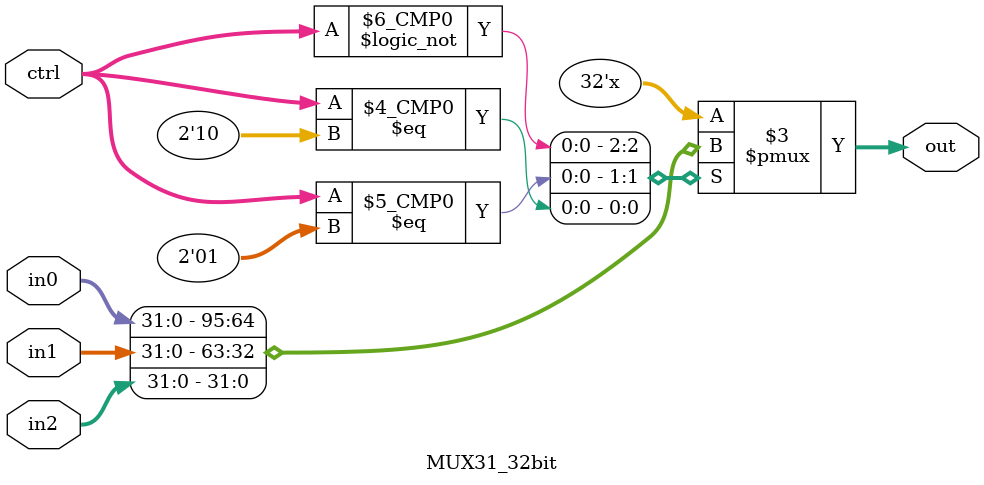
<source format=v>
module MUX31_32bit(in0,in1,in2,ctrl,out);
parameter Nob=32; 
input [Nob-1:0] in0;
input [Nob-1:0] in1;
input [Nob-1:0] in2;
input [1:0] ctrl;
output reg [Nob-1:0] out;

always @(ctrl or in0 or in1 or in2)
begin
case (ctrl)
2'b00: out=in0;
2'b01: out=in1;
2'b10: out=in2;
endcase
end

endmodule

</source>
